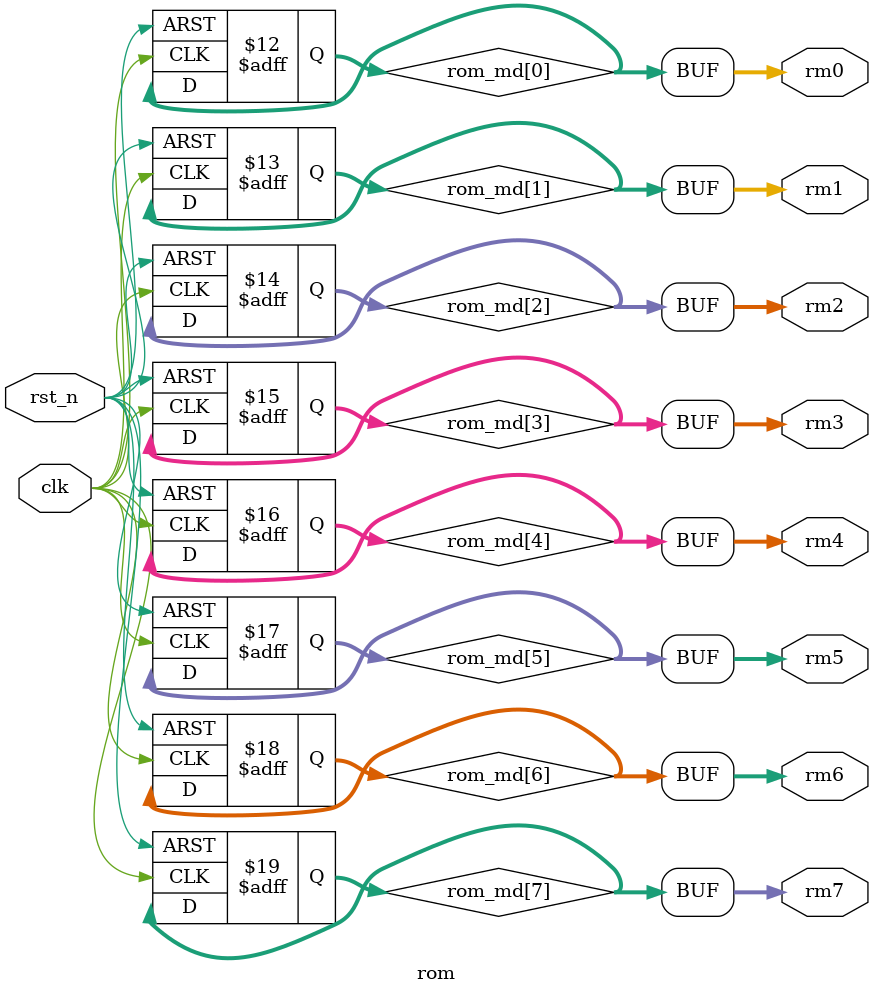
<source format=sv>
module rom(
	input logic clk,
	input logic rst_n,
//	input [7:0]addr,
	
//	output [3:0]data
        output logic [3:0] rm0,
        output logic [3:0] rm1,
        output logic [3:0] rm2,
        output logic [3:0] rm3,
        output logic [3:0] rm4,
        output logic [3:0] rm5,
        output logic [3:0] rm6,
        output logic [3:0] rm7

);


//    wire [7:0] addr ;
//    wire  [3:0] data;
(* ASYNC_REG = "TRUE" *) reg [3:0] rom_md[7:0];

//---solution 1 MUX ----------------
   // always @(posedge clk or negedge rst_n) begin
   //     if (!rst_n) begin
   //         rom_md[0] <= 4'd0  ;
   //         rom_md[1] <= 4'd2  ;
   //         rom_md[2] <= 4'd4  ;
   //         rom_md[3] <= 4'd6  ;
   //         rom_md[4] <= 4'd8  ;
   //         rom_md[5] <= 4'd10 ;
   //         rom_md[6] <= 4'd12 ;
   //         rom_md[7] <= 4'd14 ;
   //     end
   // end

 //--solution 2   for loop -------------
 //but it doesnot work because rom_md[0] is not initial to zero before for loop
 // "<=" revised as "=" it will work 

    parameter  DEPTH = 8 ;
    integer i ;
    always @(posedge clk or negedge rst_n ) begin
        if (!rst_n) begin
 //           rom_md[0] <= 4'd0 ;
            rom_md[0] = 4'd0 ;
            for (i = 0; i <=DEPTH-2 ; i = i+1 ) begin
 //               rom_md[i+1] <= rom_md[i] + 4'd2 ; 
                rom_md[i+1] = rom_md[i] + 4'd2 ; 
            end
        end
    end

//    assign data = rom_md [addr] ;

    assign rm0 = rom_md[0];    
    assign rm1 = rom_md[1];
    assign rm2 = rom_md[2];
    assign rm3 = rom_md[3];
    assign rm4 = rom_md[4];
    assign rm5 = rom_md[5];
    assign rm6 = rom_md[6];
    assign rm7 = rom_md[7];


//generate
//    for (i=0;i<8;i++) begin
//        always @(posedge clk or negedge rst_n)
//            if (!rst_n) begin
//                rom[i]<= 2*i;
//            end
//        end
//endgenerate

endmodule

</source>
